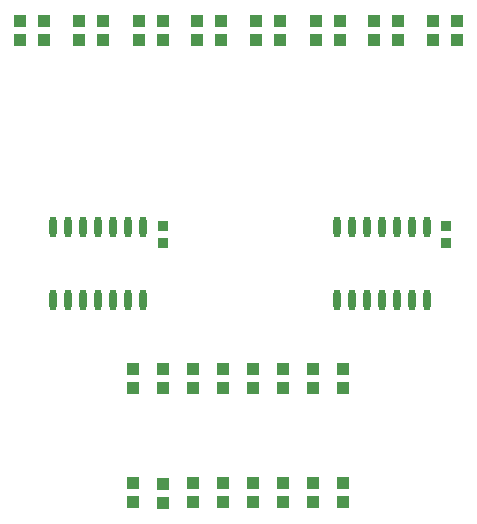
<source format=gbp>
G04 Layer: BottomPasteMaskLayer*
G04 Panelize: Stamp Hole, Column: 2, Row: 2, Board Size: 58.42mm x 58.42mm, Panelized Board Size: 122.84mm x 122.84mm*
G04 EasyEDA v6.5.34, 2023-08-03 19:43:33*
G04 740b3f77cd964f928969c304b1e17296,5a6b42c53f6a479593ecc07194224c93,10*
G04 Gerber Generator version 0.2*
G04 Scale: 100 percent, Rotated: No, Reflected: No *
G04 Dimensions in millimeters *
G04 leading zeros omitted , absolute positions ,4 integer and 5 decimal *
%FSLAX45Y45*%
%MOMM*%

%AMMACRO1*21,1,$1,$2,0,0,$3*%
%ADD10MACRO1,1X1.1X90.0000*%
%ADD11O,0.5999988X1.7999964*%
%ADD12MACRO1,0.8X0.9X-90.0000*%

%LPD*%
D10*
G01*
X4076705Y4842509D03*
G01*
X4076705Y4682510D03*
G01*
X4279905Y4842509D03*
G01*
X4279905Y4682510D03*
G01*
X3784607Y4842509D03*
G01*
X3784607Y4682510D03*
G01*
X3581407Y4842509D03*
G01*
X3581407Y4682510D03*
G01*
X3276607Y4842509D03*
G01*
X3276607Y4682510D03*
G01*
X3073407Y4842509D03*
G01*
X3073407Y4682510D03*
G01*
X2781307Y4842509D03*
G01*
X2781307Y4682510D03*
G01*
X2578110Y4842509D03*
G01*
X2578110Y4682510D03*
G01*
X2286010Y4842509D03*
G01*
X2286010Y4682510D03*
G01*
X2082810Y4842509D03*
G01*
X2082810Y4682510D03*
G01*
X1778010Y4842509D03*
G01*
X1778010Y4682510D03*
G01*
X1574810Y4842509D03*
G01*
X1574810Y4682510D03*
G01*
X1282712Y4842509D03*
G01*
X1282712Y4682510D03*
G01*
X1079512Y4842509D03*
G01*
X1079512Y4682510D03*
G01*
X4775205Y4842509D03*
G01*
X4775205Y4682510D03*
G01*
X4572005Y4842509D03*
G01*
X4572005Y4682510D03*
G01*
X3556010Y929901D03*
G01*
X3556010Y769901D03*
G01*
X3302010Y929901D03*
G01*
X3302010Y769901D03*
G01*
X3048010Y929901D03*
G01*
X3048010Y769901D03*
G01*
X2794010Y929901D03*
G01*
X2794010Y769901D03*
G01*
X2540010Y929901D03*
G01*
X2540010Y769901D03*
G01*
X2288811Y926304D03*
G01*
X2288811Y766305D03*
G01*
X2032010Y929901D03*
G01*
X2032010Y769901D03*
G01*
X3556007Y1896115D03*
G01*
X3556007Y1736115D03*
G01*
X3302007Y1896115D03*
G01*
X3302007Y1736115D03*
G01*
X3048007Y1896115D03*
G01*
X3048007Y1736115D03*
G01*
X2794007Y1896115D03*
G01*
X2794007Y1736115D03*
G01*
X2540007Y1896115D03*
G01*
X2540007Y1736115D03*
G01*
X2286007Y1896115D03*
G01*
X2286007Y1736115D03*
G01*
X2032007Y1896115D03*
G01*
X2032007Y1736115D03*
G01*
X3810010Y929901D03*
G01*
X3810010Y769901D03*
D11*
G01*
X1359204Y3104032D03*
G01*
X1486204Y3104032D03*
G01*
X1613204Y3104032D03*
G01*
X1740204Y3104032D03*
G01*
X1867204Y3104032D03*
G01*
X1994204Y3104032D03*
G01*
X2121204Y3104032D03*
G01*
X1359204Y2484018D03*
G01*
X1486204Y2484018D03*
G01*
X1613204Y2484018D03*
G01*
X1740204Y2484018D03*
G01*
X1867204Y2484018D03*
G01*
X1994204Y2484018D03*
G01*
X2121204Y2484018D03*
G01*
X3759200Y3104032D03*
G01*
X3886200Y3104032D03*
G01*
X4013200Y3104032D03*
G01*
X4140200Y3104032D03*
G01*
X4267200Y3104032D03*
G01*
X4394200Y3104032D03*
G01*
X4521200Y3104032D03*
G01*
X3759200Y2484018D03*
G01*
X3886200Y2484018D03*
G01*
X4013200Y2484018D03*
G01*
X4140200Y2484018D03*
G01*
X4267200Y2484018D03*
G01*
X4394200Y2484018D03*
G01*
X4521200Y2484018D03*
D12*
G01*
X2286307Y2965301D03*
G01*
X2286307Y3105299D03*
G01*
X4686302Y2965301D03*
G01*
X4686302Y3105299D03*
D10*
G01*
X3810007Y1896115D03*
G01*
X3810007Y1736115D03*
M02*

</source>
